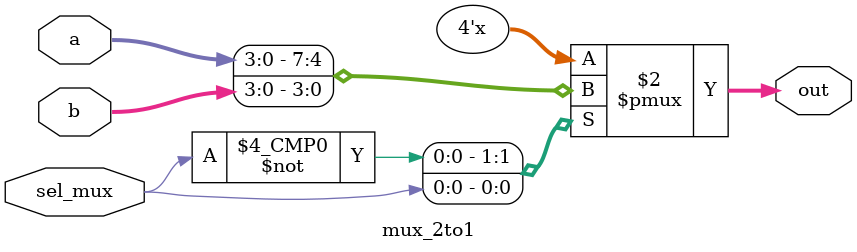
<source format=v>
`timescale 1ns / 1ps

module mux_2to1 #(parameter ANCHO=4)    (input [ANCHO-1:0] a, b,
                                         input sel_mux,
                                         output reg [ANCHO-1:0] out);

    always @(*) begin
        case (sel_mux)
            1'b0 : out <= a;
            1'b1 : out <= b;
        endcase
    end
endmodule
</source>
